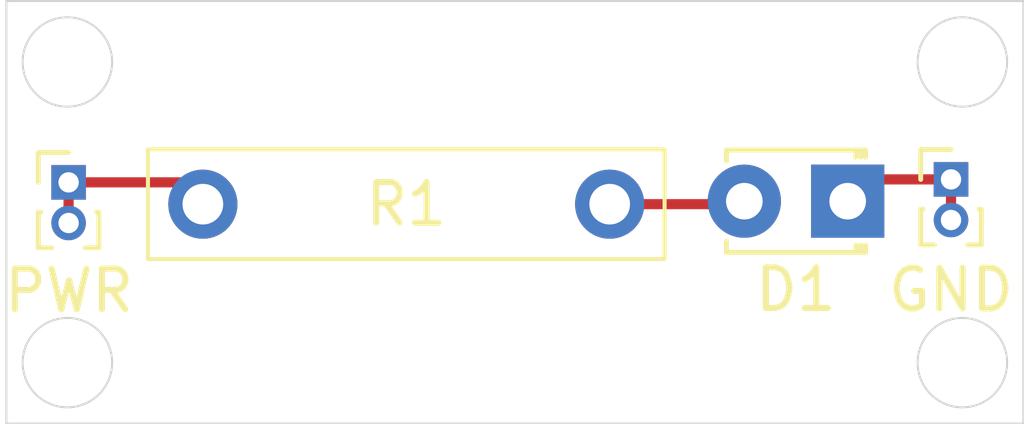
<source format=kicad_pcb>
(kicad_pcb (version 20241229) (generator "pcbnew") (generator_version "9.0")
  (layers (0 "F.Cu" signal) (2 "B.Cu" signal) (13 "F.Paste" user) (15 "B.Paste" user) (5 "F.SilkS" user "F.Silkscreen") (7 "B.SilkS" user "B.Silkscreen") (1 "F.Mask" user) (3 "B.Mask" user) (25 "Edge.Cuts" user))
  (net 0 "")
  (net 1 "GND")
  (net 2 "Net-(D1-A)")
  (net 3 "PWR")
  (footprint "LED_THT:LED_D1.8mm_W3.3mm_H2.4mm" (layer "F.Cu") (at 161.680667 86.226667 180)
    (property "Reference" "D1" (at 1.270667 -2.173333 0) (layer "F.SilkS"))
    (property "Value" "LED" (hide yes))
    (fp_line (start 2.98 1.26) (end -0.44 1.26) (stroke (width 0.12)) (layer "F.SilkS"))
    (fp_line (start 2.98 0.986) (end 2.98 1.26) (stroke (width 0.12)) (layer "F.SilkS"))
    (fp_line (start 2.98 -1.26) (end 2.98 -0.986) (stroke (width 0.12)) (layer "F.SilkS"))
    (fp_line (start -0.2 1.08) (end -0.2 1.26) (stroke (width 0.12)) (layer "F.SilkS"))
    (fp_line (start -0.2 -1.26) (end -0.2 -1.08) (stroke (width 0.12)) (layer "F.SilkS"))
    (fp_line (start -0.32 1.08) (end -0.32 1.26) (stroke (width 0.12)) (layer "F.SilkS"))
    (fp_line (start -0.32 -1.26) (end -0.32 -1.08) (stroke (width 0.12)) (layer "F.SilkS"))
    (fp_line (start -0.44 1.26) (end -0.44 1.08) (stroke (width 0.12)) (layer "F.SilkS"))
    (fp_line (start -0.44 -1.08) (end -0.44 -1.26) (stroke (width 0.12)) (layer "F.SilkS"))
    (fp_line (start -0.44 -1.26) (end 2.98 -1.26) (stroke (width 0.12)) (layer "F.SilkS"))
    (pad "1" thru_hole rect (at 0 0 180) (size 1.8 1.8) (drill 0.9) (layers "*.Cu" "*.Mask") (net 1 "GND"))
    (pad "2" thru_hole circle (at 2.54 0 180) (size 1.8 1.8) (drill 0.9) (layers "*.Cu" "*.Mask") (net 2 "Net-(D1-A)"))
  )
  (footprint "Connector_PinHeader_1.00mm:PinHeader_1x02_P1.00mm_Vertical" (layer "F.Cu") (at 142.53 85.763333)
    (property "Reference" "PWR" (at 0.01 2.666667 0) (layer "F.SilkS"))
    (property "Value" "Conn_01x02_Pin" (hide yes))
    (fp_line (start -0.745 -0.735) (end 0 -0.735) (stroke (width 0.12)) (layer "F.SilkS"))
    (fp_line (start -0.745 0) (end -0.745 -0.735) (stroke (width 0.12)) (layer "F.SilkS"))
    (fp_line (start -0.745 0.735) (end -0.745 1.61) (stroke (width 0.12)) (layer "F.SilkS"))
    (fp_line (start -0.745 0.735) (end -0.685565 0.735) (stroke (width 0.12)) (layer "F.SilkS"))
    (fp_line (start -0.745 1.61) (end -0.41003 1.61) (stroke (width 0.12)) (layer "F.SilkS"))
    (fp_line (start 0.41003 1.61) (end 0.745 1.61) (stroke (width 0.12)) (layer "F.SilkS"))
    (fp_line (start 0.685565 0.735) (end 0.745 0.735) (stroke (width 0.12)) (layer "F.SilkS"))
    (fp_line (start 0.745 0.735) (end 0.745 1.61) (stroke (width 0.12)) (layer "F.SilkS"))
    (pad "1" thru_hole rect (at 0 0) (size 0.85 0.85) (drill 0.5) (layers "*.Cu" "*.Mask") (net 3 "PWR"))
    (pad "2" thru_hole circle (at 0 1) (size 0.85 0.85) (drill 0.5) (layers "*.Cu" "*.Mask") (net 3 "PWR"))
  )
  (footprint "Library:Custom_PinHeader_1x02_P2.54mm_Vertical_Spaced_10mm" (layer "F.Cu") (at 150.830333 86.3 90)
    (property "Reference" "R1" (at 0 0 180) (layer "F.SilkS"))
    (property "Value" "R" (hide yes))
    (fp_line (start 1.35 -6.35) (end 1.35 6.35) (stroke (width 0.1)) (layer "F.SilkS"))
    (fp_line (start -1.35 -6.35) (end 1.35 -6.35) (stroke (width 0.1)) (layer "F.SilkS"))
    (fp_line (start 1.35 6.35) (end -1.35 6.35) (stroke (width 0.1)) (layer "F.SilkS"))
    (fp_line (start -1.35 6.35) (end -1.35 -6.35) (stroke (width 0.1)) (layer "F.SilkS"))
    (pad "1" thru_hole circle (at 0 -5 90) (size 1.7 1.7) (drill 1) (layers "*.Cu" "*.Mask") (net 3 "PWR"))
    (pad "2" thru_hole oval (at 0 5 90) (size 1.7 1.7) (drill 1) (layers "*.Cu" "*.Mask") (net 2 "Net-(D1-A)"))
  )
  (footprint "Connector_PinHeader_1.00mm:PinHeader_1x02_P1.00mm_Vertical" (layer "F.Cu") (at 164.221 85.69)
    (property "Reference" "GND" (at 0 2.72 0) (layer "F.SilkS"))
    (property "Value" "Conn_01x02_Pin" (hide yes))
    (fp_line (start -0.745 -0.735) (end 0 -0.735) (stroke (width 0.12)) (layer "F.SilkS"))
    (fp_line (start -0.745 0) (end -0.745 -0.735) (stroke (width 0.12)) (layer "F.SilkS"))
    (fp_line (start -0.745 0.735) (end -0.745 1.61) (stroke (width 0.12)) (layer "F.SilkS"))
    (fp_line (start -0.745 0.735) (end -0.685565 0.735) (stroke (width 0.12)) (layer "F.SilkS"))
    (fp_line (start -0.745 1.61) (end -0.41003 1.61) (stroke (width 0.12)) (layer "F.SilkS"))
    (fp_line (start 0.41003 1.61) (end 0.745 1.61) (stroke (width 0.12)) (layer "F.SilkS"))
    (fp_line (start 0.685565 0.735) (end 0.745 0.735) (stroke (width 0.12)) (layer "F.SilkS"))
    (fp_line (start 0.745 0.735) (end 0.745 1.61) (stroke (width 0.12)) (layer "F.SilkS"))
    (pad "1" thru_hole rect (at 0 0) (size 0.85 0.85) (drill 0.5) (layers "*.Cu" "*.Mask") (net 1 "GND"))
    (pad "2" thru_hole circle (at 0 1) (size 0.85 0.85) (drill 0.5) (layers "*.Cu" "*.Mask") (net 1 "GND"))
  )
  (gr_circle (center 164.5 90.2) (end 165.6 90.2) (stroke (width 0.05)) (fill no) (layer "Edge.Cuts"))
  (gr_circle (center 164.5 82.8) (end 165.6 82.8) (stroke (width 0.05)) (fill no) (layer "Edge.Cuts"))
  (gr_circle (center 142.5 90.2) (end 143.6 90.2) (stroke (width 0.05)) (fill no) (layer "Edge.Cuts"))
  (gr_line (start 166 81.3) (end 166 91.7) (stroke (width 0.05)) (layer "Edge.Cuts"))
  (gr_circle (center 142.5 82.8) (end 143.6 82.8) (stroke (width 0.05)) (fill no) (layer "Edge.Cuts"))
  (gr_line (start 141 81.3) (end 141 91.7) (stroke (width 0.05)) (layer "Edge.Cuts"))
  (gr_line (start 166 81.3) (end 141 81.3) (stroke (width 0.05)) (layer "Edge.Cuts"))
  (gr_line (start 141 91.7) (end 166 91.7) (stroke (width 0.05)) (layer "Edge.Cuts"))
  (segment (start 162.217334 85.69) (end 161.680667 86.226667) (width 0.25) (layer "F.Cu") (net 1))
  (segment (start 164.221 85.69) (end 162.217334 85.69) (width 0.25) (layer "F.Cu") (net 1))
  (segment (start 164.221 85.69) (end 164.221 86.69) (width 0.25) (layer "F.Cu") (net 1))
  (segment (start 159.067334 86.3) (end 159.140667 86.226667) (width 0.25) (layer "F.Cu") (net 2))
  (segment (start 155.830333 86.3) (end 159.067334 86.3) (width 0.25) (layer "F.Cu") (net 2))
  (segment (start 142.53 85.763333) (end 145.293666 85.763333) (width 0.25) (layer "F.Cu") (net 3))
  (segment (start 145.293666 85.763333) (end 145.830333 86.3) (width 0.25) (layer "F.Cu") (net 3))
  (segment (start 142.53 86.763333) (end 142.53 85.763333) (width 0.25) (layer "F.Cu") (net 3))
)
</source>
